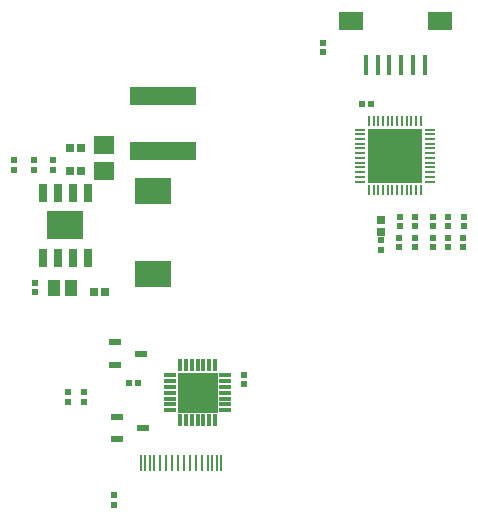
<source format=gbp>
G04*
G04 #@! TF.GenerationSoftware,Altium Limited,Altium Designer,23.8.1 (32)*
G04*
G04 Layer_Color=128*
%FSLAX44Y44*%
%MOMM*%
G71*
G04*
G04 #@! TF.SameCoordinates,4EFDB198-7814-4870-AD9F-EEE93015B5C1*
G04*
G04*
G04 #@! TF.FilePolarity,Positive*
G04*
G01*
G75*
%ADD21R,0.4725X0.4682*%
%ADD23R,0.4682X0.4725*%
%ADD24R,0.7154X0.6725*%
%ADD26R,0.6725X0.7154*%
%ADD89R,0.2500X1.4500*%
%ADD90R,4.6500X4.6500*%
%ADD91R,0.2000X0.8500*%
%ADD92R,0.8500X0.2000*%
%ADD93R,3.1000X2.2000*%
%ADD94R,5.7000X1.6000*%
%ADD95R,1.8062X1.6039*%
%ADD96R,0.4000X1.8000*%
%ADD97R,2.0000X1.5000*%
%ADD98R,0.6500X1.5250*%
%ADD99R,3.1000X2.4000*%
%ADD100R,1.1000X1.3500*%
%ADD101R,3.3500X3.3500*%
%ADD102R,1.0000X0.3000*%
%ADD103R,0.3000X1.0000*%
%ADD104R,1.1000X0.6000*%
D21*
X335500Y244979D02*
D03*
Y253022D02*
D03*
X364500Y247229D02*
D03*
Y255271D02*
D03*
X350750Y247229D02*
D03*
Y255271D02*
D03*
X379000Y247229D02*
D03*
Y255271D02*
D03*
X392000Y247229D02*
D03*
Y255271D02*
D03*
X405000Y247229D02*
D03*
Y255271D02*
D03*
X379000Y264707D02*
D03*
Y272750D02*
D03*
X364500Y272750D02*
D03*
Y264707D02*
D03*
X405250Y272750D02*
D03*
Y264707D02*
D03*
X392000Y264707D02*
D03*
Y272750D02*
D03*
X351000Y272750D02*
D03*
Y264707D02*
D03*
X286250Y411978D02*
D03*
Y420022D02*
D03*
X57750Y320771D02*
D03*
Y312729D02*
D03*
X41250Y312729D02*
D03*
Y320771D02*
D03*
X24750Y320771D02*
D03*
Y312729D02*
D03*
X42000Y208979D02*
D03*
Y217022D02*
D03*
X219000Y130978D02*
D03*
Y139022D02*
D03*
X109000Y37022D02*
D03*
Y28979D02*
D03*
X70000Y116479D02*
D03*
Y124522D02*
D03*
X83750Y116229D02*
D03*
Y124271D02*
D03*
D23*
X318979Y368750D02*
D03*
X327021D02*
D03*
X121728Y131750D02*
D03*
X129771D02*
D03*
D24*
X81536Y312000D02*
D03*
X71964D02*
D03*
Y330750D02*
D03*
X81536D02*
D03*
X102071Y209500D02*
D03*
X92500D02*
D03*
D26*
X335750Y269786D02*
D03*
Y260214D02*
D03*
D89*
X183500Y64550D02*
D03*
X178500D02*
D03*
X168500D02*
D03*
X163500D02*
D03*
X158500D02*
D03*
X153500D02*
D03*
X148500D02*
D03*
X143000D02*
D03*
X140000D02*
D03*
X189000D02*
D03*
X192000D02*
D03*
X173500D02*
D03*
X132250D02*
D03*
X199750D02*
D03*
X135250D02*
D03*
X196750D02*
D03*
D90*
X347000Y324750D02*
D03*
D91*
X369000Y354250D02*
D03*
X365000D02*
D03*
X361000D02*
D03*
X357000D02*
D03*
X353000D02*
D03*
X349000D02*
D03*
X345000D02*
D03*
X341000D02*
D03*
X337000D02*
D03*
X333000D02*
D03*
X329000D02*
D03*
X325000D02*
D03*
Y295250D02*
D03*
X329000D02*
D03*
X333000D02*
D03*
X337000D02*
D03*
X341000D02*
D03*
X345000D02*
D03*
X349000D02*
D03*
X353000D02*
D03*
X357000D02*
D03*
X361000D02*
D03*
X365000D02*
D03*
X369000D02*
D03*
D92*
X317500Y346750D02*
D03*
Y342750D02*
D03*
Y338750D02*
D03*
Y334750D02*
D03*
Y330750D02*
D03*
Y326750D02*
D03*
Y322750D02*
D03*
Y318750D02*
D03*
Y314750D02*
D03*
Y310750D02*
D03*
Y306750D02*
D03*
Y302750D02*
D03*
X376500D02*
D03*
Y306750D02*
D03*
Y310750D02*
D03*
Y314750D02*
D03*
Y318750D02*
D03*
Y322750D02*
D03*
Y326750D02*
D03*
Y330750D02*
D03*
Y334750D02*
D03*
Y338750D02*
D03*
Y342750D02*
D03*
Y346750D02*
D03*
D93*
X142250Y294500D02*
D03*
Y224500D02*
D03*
D94*
X150750Y375250D02*
D03*
Y328250D02*
D03*
D95*
X100500Y311989D02*
D03*
Y334011D02*
D03*
D96*
X342500Y401750D02*
D03*
X352500D02*
D03*
X322500D02*
D03*
X332500D02*
D03*
X372500D02*
D03*
X362500D02*
D03*
D97*
X385000Y438250D02*
D03*
X310000D02*
D03*
D98*
X87050Y238380D02*
D03*
X74350D02*
D03*
X61650D02*
D03*
X48950D02*
D03*
Y292620D02*
D03*
X61650D02*
D03*
X74350D02*
D03*
X87050D02*
D03*
D99*
X68000Y265500D02*
D03*
D100*
X72500Y212750D02*
D03*
X58500D02*
D03*
D101*
X180000Y124000D02*
D03*
D102*
X156500Y139000D02*
D03*
Y134000D02*
D03*
Y129000D02*
D03*
Y124000D02*
D03*
Y119000D02*
D03*
Y114000D02*
D03*
Y109000D02*
D03*
X203500D02*
D03*
Y114000D02*
D03*
Y119000D02*
D03*
Y124000D02*
D03*
Y129000D02*
D03*
Y134000D02*
D03*
Y139000D02*
D03*
D103*
X165000Y100500D02*
D03*
X170000D02*
D03*
X175000D02*
D03*
X180000D02*
D03*
X185000D02*
D03*
X190000D02*
D03*
X195000D02*
D03*
Y147500D02*
D03*
X190000D02*
D03*
X185000D02*
D03*
X180000D02*
D03*
X175000D02*
D03*
X170000D02*
D03*
X165000D02*
D03*
D104*
X132000Y157000D02*
D03*
X110000Y166500D02*
D03*
Y147500D02*
D03*
X133750Y94250D02*
D03*
X111750Y103750D02*
D03*
Y84750D02*
D03*
M02*

</source>
